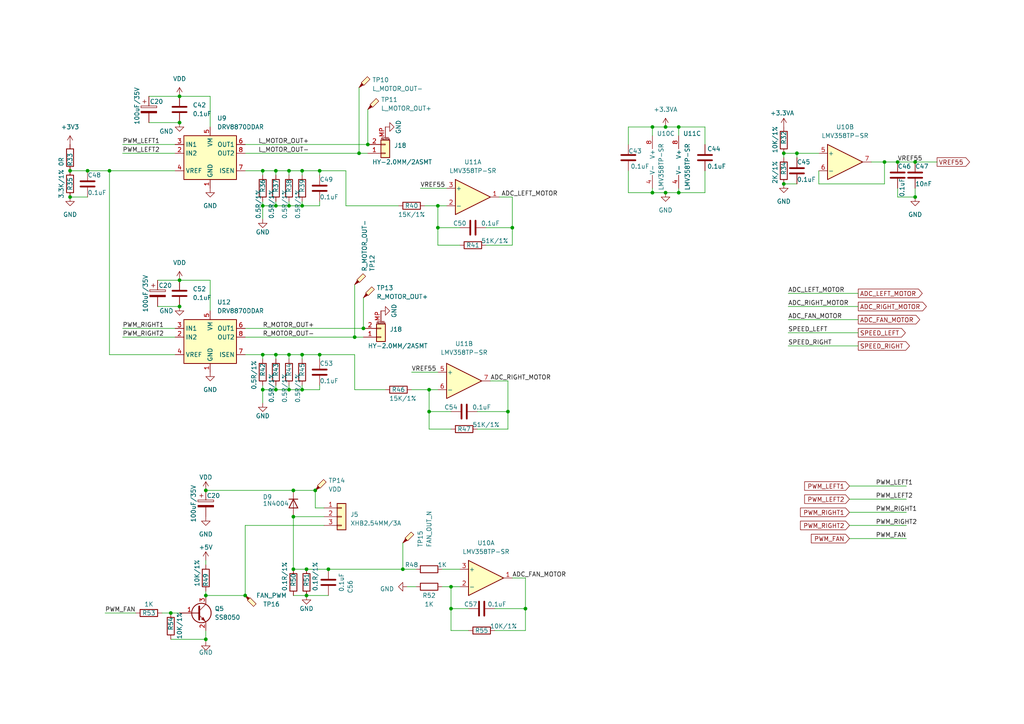
<source format=kicad_sch>
(kicad_sch (version 20230121) (generator eeschema)
  (paper "A4")
  (lib_symbols
    (symbol "Amplifier_Operational:MCP6002-xSN" (pin_names (offset 0.127))
      (property "Reference" "U" (at 0 5.08 0))
      (property "Value" "MCP6002-xSN" (at 0 -5.08 0))
      (symbol "MCP6002-xSN_1_1"
        (polyline (pts (xy -5.08 5.08) (xy 5.08 0) (xy -5.08 -5.08) (xy -5.08 5.08)) (stroke (width 0.254)) (fill (type background)))
        (pin output line (at 7.62 0 180) (length 2.54) (name "~") (number "1"))
        (pin input line (at -7.62 -2.54 0) (length 2.54) (name "-") (number "2"))
        (pin input line (at -7.62 2.54 0) (length 2.54) (name "+") (number "3"))
      )
      (symbol "MCP6002-xSN_2_1"
        (polyline (pts (xy -5.08 5.08) (xy 5.08 0) (xy -5.08 -5.08) (xy -5.08 5.08)) (stroke (width 0.254)) (fill (type background)))
        (pin input line (at -7.62 2.54 0) (length 2.54) (name "+") (number "5"))
        (pin input line (at -7.62 -2.54 0) (length 2.54) (name "-") (number "6"))
        (pin output line (at 7.62 0 180) (length 2.54) (name "~") (number "7"))
      )
      (symbol "MCP6002-xSN_3_1"
        (pin power_in line (at -2.54 -7.62 90) (length 3.81) (name "V-") (number "4"))
        (pin power_in line (at -2.54 7.62 270) (length 3.81) (name "V+") (number "8"))
      )
    )
    (symbol "Connector:TestPoint_Probe" (pin_numbers hide) (pin_names (offset 0.762) hide)
      (property "Reference" "TP" (at 1.651 5.842 0))
      (property "Value" "TestPoint_Probe" (at 1.651 4.064 0))
      (symbol "TestPoint_Probe_0_1"
        (polyline (pts (xy 1.27 0.762) (xy 0 0) (xy 0.762 1.27) (xy 1.27 0.762)) (fill (type outline)))
        (polyline (pts (xy 1.397 0.635) (xy 0.635 1.397) (xy 2.413 3.175) (xy 3.175 2.413) (xy 1.397 0.635)) (fill (type background)))
      )
      (symbol "TestPoint_Probe_1_1"
        (pin passive line (at 0 0 90) (length 0) (name "1") (number "1"))
      )
    )
    (symbol "Connector_Generic:Conn_01x03" (pin_names (offset 1.016) hide)
      (property "Reference" "J" (at 0 5.08 0))
      (property "Value" "Conn_01x03" (at 0 -5.08 0))
      (symbol "Conn_01x03_1_1"
        (rectangle (start -1.27 -2.413) (end 0 -2.667) (stroke (width 0.1524)))
        (rectangle (start -1.27 0.127) (end 0 -0.127) (stroke (width 0.1524)))
        (rectangle (start -1.27 2.667) (end 0 2.413) (stroke (width 0.1524)))
        (rectangle (start -1.27 3.81) (end 1.27 -3.81) (stroke (width 0.254)) (fill (type background)))
        (pin passive line (at -5.08 2.54 0) (length 3.81) (name "Pin_1") (number "1"))
        (pin passive line (at -5.08 0 0) (length 3.81) (name "Pin_2") (number "2"))
        (pin passive line (at -5.08 -2.54 0) (length 3.81) (name "Pin_3") (number "3"))
      )
    )
    (symbol "Connector_Generic_MountingPin:Conn_01x02_MountingPin" (pin_names (offset 1.016) hide)
      (property "Reference" "J" (at 0 2.54 0))
      (property "Value" "Conn_01x02_MountingPin" (at 1.27 -5.08 0))
      (symbol "Conn_01x02_MountingPin_1_1"
        (rectangle (start -1.27 -2.413) (end 0 -2.667) (stroke (width 0.1524)))
        (rectangle (start -1.27 0.127) (end 0 -0.127) (stroke (width 0.1524)))
        (rectangle (start -1.27 1.27) (end 1.27 -3.81) (stroke (width 0.254)) (fill (type background)))
        (polyline (pts (xy -1.016 -4.572) (xy 1.016 -4.572)) (stroke (width 0.1524)))
        (text "Mounting" (at 0 -4.191 0) (effects (font (size 0.381 0.381))))
        (pin passive line (at -5.08 0 0) (length 3.81) (name "Pin_1") (number "1"))
        (pin passive line (at -5.08 -2.54 0) (length 3.81) (name "Pin_2") (number "2"))
        (pin passive line (at 0 -7.62 90) (length 3.048) (name "MountPin") (number "MP"))
      )
    )
    (symbol "Device:C" (pin_numbers hide) (pin_names (offset 0.254))
      (property "Reference" "C" (at 0.635 2.54 0))
      (property "Value" "C" (at 0.635 -2.54 0))
      (symbol "C_0_1"
        (polyline (pts (xy -2.032 -0.762) (xy 2.032 -0.762)) (stroke (width 0.508)))
        (polyline (pts (xy -2.032 0.762) (xy 2.032 0.762)) (stroke (width 0.508)))
      )
      (symbol "C_1_1"
        (pin passive line (at 0 3.81 270) (length 2.794) (name "~") (number "1"))
        (pin passive line (at 0 -3.81 90) (length 2.794) (name "~") (number "2"))
      )
    )
    (symbol "Device:C_Polarized" (pin_numbers hide) (pin_names (offset 0.254))
      (property "Reference" "C" (at 0.635 2.54 0))
      (property "Value" "C_Polarized" (at 0.635 -2.54 0))
      (symbol "C_Polarized_0_1"
        (rectangle (start -2.286 0.508) (end 2.286 1.016))
        (polyline (pts (xy -1.778 2.286) (xy -0.762 2.286)))
        (polyline (pts (xy -1.27 2.794) (xy -1.27 1.778)))
        (rectangle (start 2.286 -0.508) (end -2.286 -1.016) (fill (type outline)))
      )
      (symbol "C_Polarized_1_1"
        (pin passive line (at 0 3.81 270) (length 2.794) (name "~") (number "1"))
        (pin passive line (at 0 -3.81 90) (length 2.794) (name "~") (number "2"))
      )
    )
    (symbol "Device:D" (pin_numbers hide) (pin_names (offset 1.016) hide)
      (property "Reference" "D" (at 0 2.54 0))
      (property "Value" "D" (at 0 -2.54 0))
      (symbol "D_0_1"
        (polyline (pts (xy -1.27 1.27) (xy -1.27 -1.27)) (stroke (width 0.254)))
        (polyline (pts (xy 1.27 0) (xy -1.27 0)))
        (polyline (pts (xy 1.27 1.27) (xy 1.27 -1.27) (xy -1.27 0) (xy 1.27 1.27)) (stroke (width 0.254)))
      )
      (symbol "D_1_1"
        (pin passive line (at -3.81 0 0) (length 2.54) (name "K") (number "1"))
        (pin passive line (at 3.81 0 180) (length 2.54) (name "A") (number "2"))
      )
    )
    (symbol "Device:Q_NPN_BEC" (pin_names (offset 0) hide)
      (property "Reference" "Q" (at 5.08 1.27 0))
      (property "Value" "Q_NPN_BEC" (at 5.08 -1.27 0))
      (symbol "Q_NPN_BEC_0_1"
        (polyline (pts (xy 0.635 0.635) (xy 2.54 2.54)))
        (polyline (pts (xy 0.635 -0.635) (xy 2.54 -2.54) (xy 2.54 -2.54)))
        (polyline (pts (xy 0.635 1.905) (xy 0.635 -1.905) (xy 0.635 -1.905)) (stroke (width 0.508)))
        (polyline (pts (xy 1.27 -1.778) (xy 1.778 -1.27) (xy 2.286 -2.286) (xy 1.27 -1.778) (xy 1.27 -1.778)) (fill (type outline)))
        (circle (center 1.27 0) (radius 2.8194) (stroke (width 0.254)))
      )
      (symbol "Q_NPN_BEC_1_1"
        (pin input line (at -5.08 0 0) (length 5.715) (name "B") (number "1"))
        (pin passive line (at 2.54 -5.08 90) (length 2.54) (name "E") (number "2"))
        (pin passive line (at 2.54 5.08 270) (length 2.54) (name "C") (number "3"))
      )
    )
    (symbol "Device:R" (pin_numbers hide) (pin_names (offset 0))
      (property "Reference" "R" (at 2.032 0 90))
      (property "Value" "R" (at 0 0 90))
      (symbol "R_0_1"
        (rectangle (start -1.016 -2.54) (end 1.016 2.54) (stroke (width 0.254)))
      )
      (symbol "R_1_1"
        (pin passive line (at 0 3.81 270) (length 1.27) (name "~") (number "1"))
        (pin passive line (at 0 -3.81 90) (length 1.27) (name "~") (number "2"))
      )
    )
    (symbol "Driver_Motor:DRV8870DDA"
      (property "Reference" "U" (at -6.35 6.35 0))
      (property "Value" "DRV8870DDA" (at 8.89 6.35 0))
      (symbol "DRV8870DDA_0_1"
        (rectangle (start -7.62 5.08) (end 7.62 -7.62) (stroke (width 0.254)) (fill (type background)))
      )
      (symbol "DRV8870DDA_1_1"
        (pin power_in line (at 0 -10.16 90) (length 2.54) (name "GND") (number "1"))
        (pin input line (at -10.16 0 0) (length 2.54) (name "IN2") (number "2"))
        (pin input line (at -10.16 2.54 0) (length 2.54) (name "IN1") (number "3"))
        (pin input line (at -10.16 -5.08 0) (length 2.54) (name "VREF") (number "4"))
        (pin power_in line (at 0 7.62 270) (length 2.54) (name "VM") (number "5"))
        (pin output line (at 10.16 2.54 180) (length 2.54) (name "OUT1") (number "6"))
        (pin passive line (at 10.16 -5.08 180) (length 2.54) (name "ISEN") (number "7"))
        (pin output line (at 10.16 0 180) (length 2.54) (name "OUT2") (number "8"))
        (pin passive line (at 0 -10.16 90) (length 2.54) hide (name "GND") (number "9"))
      )
    )
    (symbol "GND_2" (power) (pin_names (offset 0))
      (property "Value" "GND_2" (at 0 -3.81 0))
      (symbol "GND_2_0_1"
        (polyline (pts (xy 0 0) (xy 0 -1.27) (xy 1.27 -1.27) (xy 0 -2.54) (xy -1.27 -1.27) (xy 0 -1.27)))
      )
      (symbol "GND_2_1_1"
        (pin power_in line (at 0 0 270) (length 0) hide (name "GND") (number "1"))
      )
    )
    (symbol "power:+3.3VA" (power) (pin_names (offset 0))
      (property "Value" "+3.3VA" (at 0 3.556 0))
      (symbol "+3.3VA_0_1"
        (polyline (pts (xy -0.762 1.27) (xy 0 2.54)))
        (polyline (pts (xy 0 0) (xy 0 2.54)))
        (polyline (pts (xy 0 2.54) (xy 0.762 1.27)))
      )
      (symbol "+3.3VA_1_1"
        (pin power_in line (at 0 0 90) (length 0) hide (name "+3.3VA") (number "1"))
      )
    )
    (symbol "power:+3V3" (power) (pin_names (offset 0))
      (property "Value" "+3V3" (at 0 3.556 0))
      (symbol "+3V3_0_1"
        (polyline (pts (xy -0.762 1.27) (xy 0 2.54)))
        (polyline (pts (xy 0 0) (xy 0 2.54)))
        (polyline (pts (xy 0 2.54) (xy 0.762 1.27)))
      )
      (symbol "+3V3_1_1"
        (pin power_in line (at 0 0 90) (length 0) hide (name "+3V3") (number "1"))
      )
    )
    (symbol "power:+5V" (power) (pin_names (offset 0))
      (property "Value" "+5V" (at 0 3.556 0))
      (symbol "+5V_0_1"
        (polyline (pts (xy -0.762 1.27) (xy 0 2.54)))
        (polyline (pts (xy 0 0) (xy 0 2.54)))
        (polyline (pts (xy 0 2.54) (xy 0.762 1.27)))
      )
      (symbol "+5V_1_1"
        (pin power_in line (at 0 0 90) (length 0) hide (name "+5V") (number "1"))
      )
    )
    (symbol "power:GND" (power) (pin_names (offset 0))
      (property "Value" "GND" (at 0 -3.81 0))
      (symbol "GND_0_1"
        (polyline (pts (xy 0 0) (xy 0 -1.27) (xy 1.27 -1.27) (xy 0 -2.54) (xy -1.27 -1.27) (xy 0 -1.27)))
      )
      (symbol "GND_1_1"
        (pin power_in line (at 0 0 270) (length 0) hide (name "GND") (number "1"))
      )
    )
    (symbol "power:VDD" (power) (pin_names (offset 0))
      (property "Value" "VDD" (at 0 3.81 0))
      (symbol "VDD_0_1"
        (polyline (pts (xy -0.762 1.27) (xy 0 2.54)))
        (polyline (pts (xy 0 0) (xy 0 2.54)))
        (polyline (pts (xy 0 2.54) (xy 0.762 1.27)))
      )
      (symbol "VDD_1_1"
        (pin power_in line (at 0 0 90) (length 0) hide (name "VDD") (number "1"))
      )
    )
  )
  (junction (at 25.4 49.53))
  (junction (at 83.82 59.69))
  (junction (at 76.2 49.53))
  (junction (at 52.07 81.28))
  (junction (at 152.4 176.53))
  (junction (at 193.04 36.83))
  (junction (at 127 66.04))
  (junction (at 265.43 46.99))
  (junction (at 106.68 41.91))
  (junction (at 256.54 46.99))
  (junction (at 31.75 49.53))
  (junction (at 102.87 97.79))
  (junction (at 87.63 49.53))
  (junction (at 59.69 172.72))
  (junction (at 148.59 66.04))
  (junction (at 130.81 176.53))
  (junction (at 80.01 102.87))
  (junction (at 87.63 59.69))
  (junction (at 88.9 172.72))
  (junction (at 189.23 36.83))
  (junction (at 92.71 102.87))
  (junction (at 85.09 142.24))
  (junction (at 59.69 185.42))
  (junction (at 49.53 177.8))
  (junction (at 196.85 55.88))
  (junction (at 80.01 49.53))
  (junction (at 59.69 142.24))
  (junction (at 20.32 49.53))
  (junction (at 80.01 59.69))
  (junction (at 147.32 119.38))
  (junction (at 231.14 44.45))
  (junction (at 130.81 170.18))
  (junction (at 92.71 49.53))
  (junction (at 265.43 57.15))
  (junction (at 227.33 53.34))
  (junction (at 227.33 44.45))
  (junction (at 104.14 44.45))
  (junction (at 105.41 95.25))
  (junction (at 71.12 172.72))
  (junction (at 127 59.69))
  (junction (at 124.46 119.38))
  (junction (at 76.2 113.03))
  (junction (at 260.35 46.99))
  (junction (at 95.25 165.1))
  (junction (at 85.09 149.86))
  (junction (at 20.32 57.15))
  (junction (at 87.63 113.03))
  (junction (at 91.44 142.24))
  (junction (at 76.2 59.69))
  (junction (at 85.09 165.1))
  (junction (at 189.23 55.88))
  (junction (at 87.63 102.87))
  (junction (at 193.04 55.88))
  (junction (at 76.2 102.87))
  (junction (at 196.85 36.83))
  (junction (at 116.84 165.1))
  (junction (at 83.82 102.87))
  (junction (at 124.46 113.03))
  (junction (at 88.9 165.1))
  (junction (at 83.82 113.03))
  (junction (at 80.01 113.03))
  (junction (at 52.07 88.9))
  (junction (at 52.07 27.94))
  (junction (at 52.07 35.56))
  (junction (at 83.82 49.53))
  (wire (pts (xy 102.87 82.55) (xy 102.87 97.79)))
  (wire (pts (xy 104.14 25.4) (xy 104.14 44.45)))
  (wire (pts (xy 228.6 92.71) (xy 248.92 92.71)))
  (wire (pts (xy 127 71.12) (xy 127 66.04)))
  (wire (pts (xy 130.81 170.18) (xy 130.81 176.53)))
  (wire (pts (xy 143.51 182.88) (xy 152.4 182.88)))
  (wire (pts (xy 116.84 165.1) (xy 120.65 165.1)))
  (wire (pts (xy 88.9 172.72) (xy 95.25 172.72)))
  (wire (pts (xy 87.63 49.53) (xy 87.63 50.8)))
  (wire (pts (xy 265.43 46.99) (xy 271.78 46.99)))
  (wire (pts (xy 50.8 102.87) (xy 31.75 102.87)))
  (wire (pts (xy 105.41 86.36) (xy 105.41 95.25)))
  (wire (pts (xy 130.81 176.53) (xy 135.89 176.53)))
  (wire (pts (xy 91.44 142.24) (xy 85.09 142.24)))
  (wire (pts (xy 148.59 57.15) (xy 144.78 57.15)))
  (wire (pts (xy 76.2 116.84) (xy 76.2 113.03)))
  (wire (pts (xy 260.35 57.15) (xy 265.43 57.15)))
  (wire (pts (xy 182.245 49.53) (xy 182.245 55.88)))
  (wire (pts (xy 265.43 54.61) (xy 265.43 57.15)))
  (wire (pts (xy 35.56 41.91) (xy 50.8 41.91)))
  (wire (pts (xy 189.23 36.83) (xy 193.04 36.83)))
  (wire (pts (xy 260.35 54.61) (xy 260.35 57.15)))
  (wire (pts (xy 140.97 66.04) (xy 148.59 66.04)))
  (wire (pts (xy 116.84 157.48) (xy 116.84 165.1)))
  (wire (pts (xy 106.68 31.75) (xy 106.68 41.91)))
  (wire (pts (xy 152.4 167.64) (xy 148.59 167.64)))
  (wire (pts (xy 80.01 102.87) (xy 83.82 102.87)))
  (wire (pts (xy 52.07 27.94) (xy 60.96 27.94)))
  (wire (pts (xy 143.51 176.53) (xy 152.4 176.53)))
  (wire (pts (xy 100.33 49.53) (xy 100.33 59.69)))
  (wire (pts (xy 71.12 44.45) (xy 104.14 44.45)))
  (wire (pts (xy 60.96 81.28) (xy 60.96 90.17)))
  (wire (pts (xy 228.6 88.9) (xy 248.92 88.9)))
  (wire (pts (xy 102.87 113.03) (xy 111.76 113.03)))
  (wire (pts (xy 92.71 102.87) (xy 102.87 102.87)))
  (wire (pts (xy 80.01 113.03) (xy 83.82 113.03)))
  (wire (pts (xy 59.69 172.72) (xy 59.69 171.45)))
  (wire (pts (xy 83.82 113.03) (xy 87.63 113.03)))
  (wire (pts (xy 87.63 49.53) (xy 92.71 49.53)))
  (wire (pts (xy 124.46 113.03) (xy 127 113.03)))
  (wire (pts (xy 20.32 57.15) (xy 25.4 57.15)))
  (wire (pts (xy 59.69 142.24) (xy 85.09 142.24)))
  (wire (pts (xy 92.71 49.53) (xy 92.71 50.8)))
  (wire (pts (xy 83.82 59.69) (xy 87.63 59.69)))
  (wire (pts (xy 148.59 71.12) (xy 148.59 66.04)))
  (wire (pts (xy 256.54 46.99) (xy 260.35 46.99)))
  (wire (pts (xy 31.75 49.53) (xy 31.75 102.87)))
  (wire (pts (xy 119.38 113.03) (xy 124.46 113.03)))
  (wire (pts (xy 124.46 113.03) (xy 124.46 119.38)))
  (wire (pts (xy 76.2 59.69) (xy 76.2 58.42)))
  (wire (pts (xy 189.23 36.83) (xy 189.23 39.37)))
  (wire (pts (xy 91.44 147.32) (xy 91.44 142.24)))
  (wire (pts (xy 204.47 36.83) (xy 196.85 36.83)))
  (wire (pts (xy 92.71 49.53) (xy 100.33 49.53)))
  (wire (pts (xy 182.245 55.88) (xy 189.23 55.88)))
  (wire (pts (xy 35.56 44.45) (xy 50.8 44.45)))
  (wire (pts (xy 83.82 58.42) (xy 83.82 59.69)))
  (wire (pts (xy 87.63 111.76) (xy 87.63 113.03)))
  (wire (pts (xy 25.4 49.53) (xy 31.75 49.53)))
  (wire (pts (xy 85.09 172.72) (xy 88.9 172.72)))
  (wire (pts (xy 80.01 58.42) (xy 80.01 59.69)))
  (wire (pts (xy 142.24 110.49) (xy 147.32 110.49)))
  (wire (pts (xy 133.35 71.12) (xy 127 71.12)))
  (wire (pts (xy 80.01 59.69) (xy 76.2 59.69)))
  (wire (pts (xy 71.12 152.4) (xy 71.12 172.72)))
  (wire (pts (xy 119.38 107.95) (xy 127 107.95)))
  (wire (pts (xy 138.43 124.46) (xy 147.32 124.46)))
  (wire (pts (xy 59.69 182.88) (xy 59.69 185.42)))
  (wire (pts (xy 237.49 53.34) (xy 256.54 53.34)))
  (wire (pts (xy 135.89 182.88) (xy 130.81 182.88)))
  (wire (pts (xy 196.85 55.88) (xy 204.47 55.88)))
  (wire (pts (xy 193.04 36.83) (xy 196.85 36.83)))
  (wire (pts (xy 60.96 27.94) (xy 60.96 36.83)))
  (wire (pts (xy 87.63 58.42) (xy 87.63 59.69)))
  (wire (pts (xy 124.46 124.46) (xy 124.46 119.38)))
  (wire (pts (xy 128.27 165.1) (xy 133.35 165.1)))
  (wire (pts (xy 228.6 85.09) (xy 248.92 85.09)))
  (wire (pts (xy 127 59.69) (xy 127 66.04)))
  (wire (pts (xy 182.245 36.83) (xy 189.23 36.83)))
  (wire (pts (xy 196.85 55.88) (xy 193.04 55.88)))
  (wire (pts (xy 104.14 44.45) (xy 106.68 44.45)))
  (wire (pts (xy 196.85 54.61) (xy 196.85 55.88)))
  (wire (pts (xy 121.92 54.61) (xy 129.54 54.61)))
  (wire (pts (xy 71.12 95.25) (xy 105.41 95.25)))
  (wire (pts (xy 71.12 172.72) (xy 59.69 172.72)))
  (wire (pts (xy 92.71 113.03) (xy 92.71 111.76)))
  (wire (pts (xy 59.69 162.56) (xy 59.69 163.83)))
  (wire (pts (xy 123.19 59.69) (xy 127 59.69)))
  (wire (pts (xy 246.38 144.78) (xy 262.89 144.78)))
  (wire (pts (xy 76.2 113.03) (xy 76.2 111.76)))
  (wire (pts (xy 204.47 55.88) (xy 204.47 49.53)))
  (wire (pts (xy 76.2 49.53) (xy 80.01 49.53)))
  (wire (pts (xy 237.49 49.53) (xy 237.49 53.34)))
  (wire (pts (xy 76.2 50.8) (xy 76.2 49.53)))
  (wire (pts (xy 147.32 124.46) (xy 147.32 119.38)))
  (wire (pts (xy 83.82 49.53) (xy 83.82 50.8)))
  (wire (pts (xy 189.23 55.88) (xy 189.23 54.61)))
  (wire (pts (xy 196.85 39.37) (xy 196.85 36.83)))
  (wire (pts (xy 124.46 119.38) (xy 130.81 119.38)))
  (wire (pts (xy 100.33 59.69) (xy 115.57 59.69)))
  (wire (pts (xy 43.18 27.94) (xy 52.07 27.94)))
  (wire (pts (xy 88.9 165.1) (xy 95.25 165.1)))
  (wire (pts (xy 76.2 104.14) (xy 76.2 102.87)))
  (wire (pts (xy 71.12 41.91) (xy 106.68 41.91)))
  (wire (pts (xy 49.53 185.42) (xy 59.69 185.42)))
  (wire (pts (xy 71.12 49.53) (xy 76.2 49.53)))
  (wire (pts (xy 95.25 165.1) (xy 116.84 165.1)))
  (wire (pts (xy 256.54 53.34) (xy 256.54 46.99)))
  (wire (pts (xy 231.14 44.45) (xy 231.14 45.72)))
  (wire (pts (xy 227.33 53.34) (xy 231.14 53.34)))
  (wire (pts (xy 92.71 102.87) (xy 92.71 104.14)))
  (wire (pts (xy 85.09 165.1) (xy 88.9 165.1)))
  (wire (pts (xy 152.4 182.88) (xy 152.4 176.53)))
  (wire (pts (xy 85.09 149.86) (xy 93.98 149.86)))
  (wire (pts (xy 80.01 102.87) (xy 80.01 104.14)))
  (wire (pts (xy 45.72 81.28) (xy 52.07 81.28)))
  (wire (pts (xy 140.97 71.12) (xy 148.59 71.12)))
  (wire (pts (xy 246.38 140.97) (xy 262.89 140.97)))
  (wire (pts (xy 120.65 170.18) (xy 118.11 170.18)))
  (wire (pts (xy 256.54 46.99) (xy 252.73 46.99)))
  (wire (pts (xy 31.75 49.53) (xy 50.8 49.53)))
  (wire (pts (xy 83.82 111.76) (xy 83.82 113.03)))
  (wire (pts (xy 148.59 66.04) (xy 148.59 57.15)))
  (wire (pts (xy 260.35 46.99) (xy 265.43 46.99)))
  (wire (pts (xy 87.63 102.87) (xy 92.71 102.87)))
  (wire (pts (xy 71.12 152.4) (xy 93.98 152.4)))
  (wire (pts (xy 227.33 45.72) (xy 227.33 44.45)))
  (wire (pts (xy 83.82 102.87) (xy 83.82 104.14)))
  (wire (pts (xy 102.87 97.79) (xy 105.41 97.79)))
  (wire (pts (xy 71.12 102.87) (xy 76.2 102.87)))
  (wire (pts (xy 43.18 35.56) (xy 52.07 35.56)))
  (wire (pts (xy 35.56 95.25) (xy 50.8 95.25)))
  (wire (pts (xy 127 59.69) (xy 129.54 59.69)))
  (wire (pts (xy 92.71 59.69) (xy 92.71 58.42)))
  (wire (pts (xy 130.81 176.53) (xy 130.81 182.88)))
  (wire (pts (xy 76.2 102.87) (xy 80.01 102.87)))
  (wire (pts (xy 49.53 177.8) (xy 52.07 177.8)))
  (wire (pts (xy 228.6 96.52) (xy 248.92 96.52)))
  (wire (pts (xy 80.01 59.69) (xy 83.82 59.69)))
  (wire (pts (xy 147.32 119.38) (xy 147.32 110.49)))
  (wire (pts (xy 138.43 119.38) (xy 147.32 119.38)))
  (wire (pts (xy 246.38 152.4) (xy 262.89 152.4)))
  (wire (pts (xy 152.4 176.53) (xy 152.4 167.64)))
  (wire (pts (xy 246.38 148.59) (xy 262.89 148.59)))
  (wire (pts (xy 87.63 59.69) (xy 92.71 59.69)))
  (wire (pts (xy 80.01 49.53) (xy 80.01 50.8)))
  (wire (pts (xy 231.14 44.45) (xy 237.49 44.45)))
  (wire (pts (xy 91.44 147.32) (xy 93.98 147.32)))
  (wire (pts (xy 246.38 156.21) (xy 262.89 156.21)))
  (wire (pts (xy 182.245 41.91) (xy 182.245 36.83)))
  (wire (pts (xy 20.32 49.53) (xy 25.4 49.53)))
  (wire (pts (xy 80.01 111.76) (xy 80.01 113.03)))
  (wire (pts (xy 30.48 177.8) (xy 39.37 177.8)))
  (wire (pts (xy 80.01 113.03) (xy 76.2 113.03)))
  (wire (pts (xy 59.69 186.055) (xy 59.69 185.42)))
  (wire (pts (xy 130.81 170.18) (xy 133.35 170.18)))
  (wire (pts (xy 80.01 49.53) (xy 83.82 49.53)))
  (wire (pts (xy 76.2 63.5) (xy 76.2 59.69)))
  (wire (pts (xy 228.6 100.33) (xy 248.92 100.33)))
  (wire (pts (xy 193.04 55.88) (xy 189.23 55.88)))
  (wire (pts (xy 130.81 124.46) (xy 124.46 124.46)))
  (wire (pts (xy 133.35 66.04) (xy 127 66.04)))
  (wire (pts (xy 85.09 149.86) (xy 85.09 165.1)))
  (wire (pts (xy 45.72 88.9) (xy 52.07 88.9)))
  (wire (pts (xy 52.07 81.28) (xy 60.96 81.28)))
  (wire (pts (xy 128.27 170.18) (xy 130.81 170.18)))
  (wire (pts (xy 87.63 102.87) (xy 87.63 104.14)))
  (wire (pts (xy 46.99 177.8) (xy 49.53 177.8)))
  (wire (pts (xy 102.87 102.87) (xy 102.87 113.03)))
  (wire (pts (xy 83.82 102.87) (xy 87.63 102.87)))
  (wire (pts (xy 71.12 97.79) (xy 102.87 97.79)))
  (wire (pts (xy 204.47 41.91) (xy 204.47 36.83)))
  (wire (pts (xy 87.63 113.03) (xy 92.71 113.03)))
  (wire (pts (xy 35.56 97.79) (xy 50.8 97.79)))
  (wire (pts (xy 227.33 44.45) (xy 231.14 44.45)))
  (wire (pts (xy 83.82 49.53) (xy 87.63 49.53)))
  (label "R_MOTOR_OUT+" (at 76.2 95.25 0))
  (label "ADC_RIGHT_MOTOR" (at 142.24 110.49 0))
  (label "VREF55" (at 121.92 54.61 0))
  (label "ADC_FAN_MOTOR" (at 148.59 167.64 0))
  (label "PWM_LEFT2" (at 254 144.78 0))
  (label "ADC_RIGHT_MOTOR" (at 228.6 88.9 0))
  (label "L_MOTOR_OUT+" (at 74.93 41.91 0))
  (label "SPEED_LEFT" (at 228.6 96.52 0))
  (label "VREF55" (at 260.35 46.99 0))
  (label "VREF55" (at 119.38 107.95 0))
  (label "PWM_FAN" (at 254 156.21 0))
  (label "SPEED_RIGHT" (at 228.6 100.33 0))
  (label "PWM_LEFT1" (at 35.56 41.91 0))
  (label "PWM_RIGHT2" (at 254 152.4 0))
  (label "ADC_FAN_MOTOR" (at 228.6 92.71 0))
  (label "PWM_RIGHT1" (at 35.56 95.25 0))
  (label "PWM_LEFT1" (at 254 140.97 0))
  (label "L_MOTOR_OUT-" (at 74.93 44.45 0))
  (label "R_MOTOR_OUT-" (at 76.2 97.79 0))
  (label "PWM_LEFT2" (at 35.56 44.45 0))
  (label "ADC_LEFT_MOTOR" (at 145.415 57.15 0))
  (label "PWM_RIGHT1" (at 254 148.59 0))
  (label "PWM_RIGHT2" (at 35.56 97.79 0))
  (label "PWM_FAN" (at 30.48 177.8 0))
  (label "ADC_LEFT_MOTOR" (at 228.6 85.09 0))
  (global_label "PWM_FAN" (shape input) (at 246.38 156.21 180) (property "Intersheetrefs" "${INTERSHEET_REFS}" (effects hide)))
  (global_label "ADC_FAN_MOTOR" (shape output) (at 248.92 92.71 0) (property "Intersheetrefs" "${INTERSHEET_REFS}" (effects hide)))
  (global_label "PWM_RIGHT2" (shape input) (at 246.38 152.4 180) (property "Intersheetrefs" "${INTERSHEET_REFS}" (effects hide)))
  (global_label "ADC_LEFT_MOTOR" (shape output) (at 248.92 85.09 0) (property "Intersheetrefs" "${INTERSHEET_REFS}" (effects hide)))
  (global_label "PWM_LEFT2" (shape input) (at 246.38 144.78 180) (property "Intersheetrefs" "${INTERSHEET_REFS}" (effects hide)))
  (global_label "VREF55" (shape output) (at 271.78 46.99 0) (property "Intersheetrefs" "${INTERSHEET_REFS}" (effects hide)))
  (global_label "ADC_RIGHT_MOTOR" (shape output) (at 248.92 88.9 0) (property "Intersheetrefs" "${INTERSHEET_REFS}" (effects hide)))
  (global_label "SPEED_LEFT" (shape output) (at 248.92 96.52 0) (property "Intersheetrefs" "${INTERSHEET_REFS}" (effects hide)))
  (global_label "PWM_RIGHT1" (shape input) (at 246.38 148.59 180) (property "Intersheetrefs" "${INTERSHEET_REFS}" (effects hide)))
  (global_label "SPEED_RIGHT" (shape output) (at 248.92 100.33 0) (property "Intersheetrefs" "${INTERSHEET_REFS}" (effects hide)))
  (global_label "PWM_LEFT1" (shape input) (at 246.38 140.97 180) (property "Intersheetrefs" "${INTERSHEET_REFS}" (effects hide)))
  (symbol (lib_id "Device:C") (at 52.07 85.09 0) (unit 1)
    (property "Reference" "C52" (at 55.88 83.8199 0) (effects (justify left)))
    (property "Value" "0.1uF" (at 55.88 86.3599 0) (effects (justify left)))
    (property "Footprint" "Capacitor_SMD:C_0603_1608Metric" (effects hide))
  )
  (symbol (lib_id "Device:C") (at 134.62 119.38 90) (unit 1)
    (property "Reference" "C54" (at 130.81 118.11 90))
    (property "Value" "0.1uF" (at 139.7 118.11 90))
    (property "Footprint" "Capacitor_SMD:C_0603_1608Metric" (effects hide))
  )
  (symbol (lib_id "Device:C") (at 231.14 49.53 0) (unit 1)
    (property "Reference" "C45" (at 231.14 46.99 0) (effects (justify left)))
    (property "Value" "0.1uF" (at 231.14 52.07 0) (effects (justify left)))
    (property "Footprint" "Capacitor_SMD:C_0603_1608Metric" (effects hide))
  )
  (symbol (lib_id "Connector:TestPoint_Probe") (at 106.68 31.75 0) (unit 1)
    (property "Reference" "TP11" (at 110.49 28.8924 0) (effects (justify left)))
    (property "Value" "L_MOTOR_OUT+" (at 110.49 31.4324 0) (effects (justify left)))
    (property "Footprint" "TestPoint:TestPoint_Pad_D1.0mm" (effects hide))
  )
  (symbol (lib_id "Amplifier_Operational:MCP6002-xSN") (at 137.16 57.15 0) (unit 1)
    (property "Reference" "U11" (at 137.16 46.99 0))
    (property "Value" "LMV358TP-SR" (at 137.16 49.53 0))
    (property "Footprint" "Package_SO:SOIC-8_3.9x4.9mm_P1.27mm" (effects hide))
    (property "Datasheet" "http://ww1.microchip.com/downloads/en/DeviceDoc/21733j.pdf" (effects hide))
  )
  (symbol (lib_id "Device:R") (at 87.63 107.95 0) (unit 1)
    (property "Reference" "R45" (at 87.63 109.22 90) (effects (justify left)))
    (property "Value" "0.5R/1%" (at 86.36 116.84 90) (effects (justify left)))
    (property "Footprint" "Resistor_SMD:R_0805_2012Metric" (effects hide))
  )
  (symbol (lib_id "Connector:TestPoint_Probe") (at 102.87 82.55 0) (unit 1)
    (property "Reference" "TP12" (at 107.95 78.74 90) (effects (justify left)))
    (property "Value" "R_MOTOR_OUT-" (at 105.7274 78.74 90) (effects (justify left)))
    (property "Footprint" "TestPoint:TestPoint_Pad_D1.0mm" (effects hide))
  )
  (symbol (lib_id "Device:R") (at 49.53 181.61 180) (unit 1)
    (property "Reference" "R54" (at 49.53 182.88 90) (effects (justify right)))
    (property "Value" "10K/1%" (at 52.07 185.42 90) (effects (justify right)))
    (property "Footprint" "Resistor_SMD:R_0603_1608Metric" (effects hide))
  )
  (symbol (lib_id "Device:C") (at 182.245 45.72 0) (unit 1)
    (property "Reference" "C43" (at 182.245 43.815 0) (effects (justify left)))
    (property "Value" "0.1uF" (at 182.88 48.26 0) (effects (justify left)))
    (property "Footprint" "Capacitor_SMD:C_0603_1608Metric" (effects hide))
  )
  (symbol (lib_id "power:GND") (at 110.49 90.17 90) (mirror x) (unit 1)
    (property "Reference" "#PWR081" (effects hide))
    (property "Value" "GND" (at 114.3 90.17 0))
  )
  (symbol (lib_id "Device:R") (at 227.33 49.53 0) (unit 1)
    (property "Reference" "R34" (at 227.33 50.8 90) (effects (justify left)))
    (property "Value" "2K/1%" (at 224.79 53.34 90) (effects (justify left)))
    (property "Footprint" "Resistor_SMD:R_0603_1608Metric" (effects hide))
  )
  (symbol (lib_id "power:GND") (at 60.96 54.61 0) (unit 1)
    (property "Reference" "#PWR074" (effects hide))
    (property "Value" "GND" (at 60.96 59.69 0))
  )
  (symbol (lib_id "Device:R") (at 124.46 170.18 90) (unit 1)
    (property "Reference" "R52" (at 124.46 172.72 90))
    (property "Value" "1K" (at 124.46 175.26 90))
    (property "Footprint" "Resistor_SMD:R_0603_1608Metric" (effects hide))
  )
  (symbol (lib_id "Amplifier_Operational:MCP6002-xSN") (at 134.62 110.49 0) (unit 2)
    (property "Reference" "U11" (at 134.62 99.695 0))
    (property "Value" "LMV358TP-SR" (at 134.62 102.235 0))
    (property "Footprint" "Package_SO:SOIC-8_3.9x4.9mm_P1.27mm" (effects hide))
    (property "Datasheet" "http://ww1.microchip.com/downloads/en/DeviceDoc/21733j.pdf" (effects hide))
  )
  (symbol (lib_id "power:GND") (at 59.69 186.055 0) (unit 1)
    (property "Reference" "#PWR090" (effects hide))
    (property "Value" "GND" (at 59.69 189.23 0))
  )
  (symbol (lib_id "Driver_Motor:DRV8870DDA") (at 60.96 97.79 0) (unit 1)
    (property "Reference" "U12" (at 62.9794 87.63 0) (effects (justify left)))
    (property "Value" "DRV8870DDAR" (at 62.9794 90.17 0) (effects (justify left)))
    (property "Footprint" "Package_SO:Texas_HTSOP-8-1EP_3.9x4.9mm_P1.27mm_EP2.95x4.9mm_Mask2.4x3.1mm_ThermalVias" (effects hide))
    (property "Datasheet" "http://www.ti.com/lit/ds/symlink/drv8870.pdf" (effects hide))
  )
  (symbol (lib_id "power:+3V3") (at 20.32 41.91 0) (unit 1)
    (property "Reference" "#PWR072" (effects hide))
    (property "Value" "+3V3" (at 20.32 36.83 0))
  )
  (symbol (lib_id "Amplifier_Operational:MCP6002-xSN") (at 140.97 167.64 0) (unit 1)
    (property "Reference" "U10" (at 140.97 157.48 0))
    (property "Value" "LMV358TP-SR" (at 140.97 160.02 0))
    (property "Footprint" "Package_SO:SOIC-8_3.9x4.9mm_P1.27mm" (effects hide))
    (property "Datasheet" "http://ww1.microchip.com/downloads/en/DeviceDoc/21733j.pdf" (effects hide))
  )
  (symbol (lib_id "power:GND") (at 193.04 55.88 0) (unit 1)
    (property "Reference" "#PWR075" (effects hide))
    (property "Value" "GND" (at 193.04 60.96 0))
  )
  (symbol (lib_id "power:GND") (at 20.32 57.15 0) (unit 1)
    (property "Reference" "#PWR076" (effects hide))
    (property "Value" "GND" (at 20.32 62.23 0))
  )
  (symbol (lib_id "Connector_Generic_MountingPin:Conn_01x02_MountingPin") (at 111.76 44.45 0) (mirror x) (unit 1)
    (property "Reference" "J18" (at 114.3 42.1894 0) (effects (justify left)))
    (property "Value" "HY-2.0MM/2ASMT" (at 107.95 46.99 0) (effects (justify left)))
    (property "Footprint" "Ovo_Connector_YH:YH_HY_2AB_1x02-1MP_P2.00mm_Vertical" (effects hide))
    (instances (project "cleanrobot-square-main" (path "" (reference "J18") (unit 1)) (path "" (reference "J7") (unit 1)) (path "" (reference "J3") (unit 1))))
  )
  (symbol (lib_id "Driver_Motor:DRV8870DDA") (at 60.96 44.45 0) (unit 1)
    (property "Reference" "U9" (at 62.9794 34.29 0) (effects (justify left)))
    (property "Value" "DRV8870DDAR" (at 62.9794 36.83 0) (effects (justify left)))
    (property "Footprint" "Package_SO:Texas_HTSOP-8-1EP_3.9x4.9mm_P1.27mm_EP2.95x4.9mm_Mask2.4x3.1mm_ThermalVias" (effects hide))
    (property "Datasheet" "http://www.ti.com/lit/ds/symlink/drv8870.pdf" (effects hide))
  )
  (symbol (lib_id "Device:R") (at 119.38 59.69 90) (unit 1)
    (property "Reference" "R40" (at 119.38 59.69 90))
    (property "Value" "15K/1%" (at 119.38 62.23 90))
    (property "Footprint" "Resistor_SMD:R_0603_1608Metric" (effects hide))
  )
  (symbol (lib_id "power:GND") (at 52.07 35.56 0) (unit 1)
    (property "Reference" "#PWR068" (effects hide))
    (property "Value" "GND" (at 48.26 38.1 0))
  )
  (symbol (lib_id "Device:R") (at 227.33 40.64 0) (unit 1)
    (property "Reference" "R32" (at 227.33 41.91 90) (effects (justify left)))
    (property "Value" "10K/1%" (at 224.79 44.45 90) (effects (justify left)))
    (property "Footprint" "Resistor_SMD:R_0603_1608Metric" (effects hide))
  )
  (symbol (lib_id "power:+3.3VA") (at 227.33 36.83 0) (unit 1)
    (property "Reference" "#PWR071" (effects hide))
    (property "Value" "+3.3VA" (at 226.8728 32.7914 0))
  )
  (symbol (lib_id "Device:R") (at 87.63 54.61 0) (unit 1)
    (property "Reference" "R39" (at 87.63 55.88 90) (effects (justify left)))
    (property "Value" "0.5R/1%" (at 86.36 63.5 90) (effects (justify left)))
    (property "Footprint" "Resistor_SMD:R_0805_2012Metric" (effects hide))
  )
  (symbol (lib_id "Device:C") (at 92.71 107.95 0) (unit 1)
    (property "Reference" "C53" (at 92.71 105.41 0) (effects (justify left)))
    (property "Value" "0.1uF" (at 92.71 110.49 0) (effects (justify left)))
    (property "Footprint" "Capacitor_SMD:C_0603_1608Metric" (effects hide))
  )
  (symbol (lib_name "GND_2") (lib_id "power:GND") (at 118.11 170.18 270) (unit 1)
    (property "Reference" "#PWR088" (effects hide))
    (property "Value" "GND" (at 114.3 170.815 90) (effects (justify right)))
  )
  (symbol (lib_id "Connector:TestPoint_Probe") (at 104.14 25.4 0) (unit 1)
    (property "Reference" "TP10" (at 107.95 23.1775 0) (effects (justify left)))
    (property "Value" "L_MOTOR_OUT-" (at 107.95 25.7175 0) (effects (justify left)))
    (property "Footprint" "TestPoint:TestPoint_Pad_D1.0mm" (effects hide))
  )
  (symbol (lib_id "power:GND") (at 76.2 63.5 0) (unit 1)
    (property "Reference" "#PWR078" (effects hide))
    (property "Value" "GND" (at 76.2 67.31 0))
  )
  (symbol (lib_id "Connector:TestPoint_Probe") (at 105.41 86.36 0) (unit 1)
    (property "Reference" "TP13" (at 109.22 83.5024 0) (effects (justify left)))
    (property "Value" "R_MOTOR_OUT+" (at 109.22 86.0424 0) (effects (justify left)))
    (property "Footprint" "TestPoint:TestPoint_Pad_D1.0mm" (effects hide))
  )
  (symbol (lib_id "Device:C") (at 137.16 66.04 90) (unit 1)
    (property "Reference" "C50" (at 133.35 64.77 90))
    (property "Value" "0.1uF" (at 142.24 64.77 90))
    (property "Footprint" "Capacitor_SMD:C_0603_1608Metric" (effects hide))
  )
  (symbol (lib_id "Connector:TestPoint_Probe") (at 91.44 142.24 0) (unit 1)
    (property "Reference" "TP14" (at 95.25 139.3824 0) (effects (justify left)))
    (property "Value" "VDD" (at 95.25 141.9224 0) (effects (justify left)))
    (property "Footprint" "TestPoint:TestPoint_Pad_D1.0mm" (effects hide))
  )
  (symbol (lib_id "Device:R") (at 139.7 182.88 90) (unit 1)
    (property "Reference" "R55" (at 139.7 182.88 90))
    (property "Value" "10K/1%" (at 146.05 181.61 90))
    (property "Footprint" "Resistor_SMD:R_0603_1608Metric" (effects hide))
  )
  (symbol (lib_id "Device:C") (at 52.07 31.75 0) (unit 1)
    (property "Reference" "C42" (at 55.88 30.4799 0) (effects (justify left)))
    (property "Value" "0.1uF" (at 55.88 33.0199 0) (effects (justify left)))
    (property "Footprint" "Capacitor_SMD:C_0603_1608Metric" (effects hide))
  )
  (symbol (lib_id "Device:R") (at 137.16 71.12 90) (unit 1)
    (property "Reference" "R41" (at 137.16 71.12 90))
    (property "Value" "51K/1%" (at 143.51 69.85 90))
    (property "Footprint" "Resistor_SMD:R_0603_1608Metric" (effects hide))
  )
  (symbol (lib_id "Amplifier_Operational:MCP6002-xSN") (at 199.39 46.99 0) (unit 3)
    (property "Reference" "U11" (at 198.12 38.735 0) (effects (justify left)))
    (property "Value" "LMV358TP-SR" (at 199.39 55.245 90) (effects (justify left)))
    (property "Footprint" "Package_SO:SOIC-8_3.9x4.9mm_P1.27mm" (effects hide))
    (property "Datasheet" "http://ww1.microchip.com/downloads/en/DeviceDoc/21733j.pdf" (effects hide))
  )
  (symbol (lib_id "Device:C") (at 92.71 54.61 0) (unit 1)
    (property "Reference" "C49" (at 92.71 52.07 0) (effects (justify left)))
    (property "Value" "0.1uF" (at 92.71 57.15 0) (effects (justify left)))
    (property "Footprint" "Capacitor_SMD:C_0603_1608Metric" (effects hide))
  )
  (symbol (lib_id "Device:Q_NPN_BEC") (at 57.15 177.8 0) (unit 1)
    (property "Reference" "Q5" (at 62.23 176.5299 0) (effects (justify left)))
    (property "Value" "SS8050" (at 62.23 179.0699 0) (effects (justify left)))
    (property "Footprint" "Package_TO_SOT_SMD:SOT-23" (effects hide))
  )
  (symbol (lib_id "Device:C_Polarized") (at 43.18 31.75 0) (unit 1)
    (property "Reference" "C20" (at 43.434 29.464 0) (effects (justify left)))
    (property "Value" "100uF/35V" (at 39.7256 36.195 90) (effects (justify left)))
    (property "Footprint" "Capacitor_SMD:CP_Elec_6.3x7.7" (effects hide))
    (instances (project "cleanrobot-square-main" (path "" (reference "C20") (unit 1)) (path "" (reference "C41") (unit 1))))
  )
  (symbol (lib_id "Device:R") (at 76.2 54.61 0) (unit 1)
    (property "Reference" "R36" (at 76.2 55.88 90) (effects (justify left)))
    (property "Value" "0.5R/1%" (at 74.93 63.5 90) (effects (justify left)))
    (property "Footprint" "Resistor_SMD:R_0805_2012Metric" (effects hide))
  )
  (symbol (lib_id "power:GND") (at 60.96 107.95 0) (unit 1)
    (property "Reference" "#PWR082" (effects hide))
    (property "Value" "GND" (at 60.96 113.03 0))
  )
  (symbol (lib_id "power:GND") (at 52.07 88.9 0) (unit 1)
    (property "Reference" "#PWR080" (effects hide))
    (property "Value" "GND" (at 48.26 90.17 0))
  )
  (symbol (lib_id "Device:R") (at 20.32 45.72 0) (unit 1)
    (property "Reference" "R33" (at 20.32 48.26 90) (effects (justify left)))
    (property "Value" "0R" (at 17.78 48.26 90) (effects (justify left)))
    (property "Footprint" "Resistor_SMD:R_0603_1608Metric" (effects hide))
  )
  (symbol (lib_id "Connector_Generic_MountingPin:Conn_01x02_MountingPin") (at 110.49 97.79 0) (mirror x) (unit 1)
    (property "Reference" "J18" (at 113.03 95.5294 0) (effects (justify left)))
    (property "Value" "HY-2.0MM/2ASMT" (at 106.68 100.33 0) (effects (justify left)))
    (property "Footprint" "Ovo_Connector_YH:YH_HY_2AB_1x02-1MP_P2.00mm_Vertical" (effects hide))
    (instances (project "cleanrobot-square-main" (path "" (reference "J18") (unit 1)) (path "" (reference "J7") (unit 1)) (path "" (reference "J4") (unit 1))))
  )
  (symbol (lib_id "power:GND") (at 76.2 116.84 0) (unit 1)
    (property "Reference" "#PWR083" (effects hide))
    (property "Value" "GND" (at 76.2 120.65 0))
  )
  (symbol (lib_id "Device:R") (at 83.82 107.95 0) (unit 1)
    (property "Reference" "R44" (at 83.82 109.22 90) (effects (justify left)))
    (property "Value" "0.5R/1%" (at 82.55 116.84 90) (effects (justify left)))
    (property "Footprint" "Resistor_SMD:R_0805_2012Metric" (effects hide))
  )
  (symbol (lib_id "Device:C") (at 25.4 53.34 0) (unit 1)
    (property "Reference" "C48" (at 25.4 50.8 0) (effects (justify left)))
    (property "Value" "0.1uF" (at 25.4 55.88 0) (effects (justify left)))
    (property "Footprint" "Capacitor_SMD:C_0603_1608Metric" (effects hide))
  )
  (symbol (lib_id "power:+3.3VA") (at 193.04 36.83 0) (unit 1)
    (property "Reference" "#PWR070" (effects hide))
    (property "Value" "+3.3VA" (at 193.04 31.75 0))
  )
  (symbol (lib_id "Amplifier_Operational:MCP6002-xSN") (at 245.11 46.99 0) (unit 2)
    (property "Reference" "U10" (at 245.11 36.83 0))
    (property "Value" "LMV358TP-SR" (at 245.11 39.37 0))
    (property "Footprint" "Package_SO:SOIC-8_3.9x4.9mm_P1.27mm" (effects hide))
    (property "Datasheet" "http://ww1.microchip.com/downloads/en/DeviceDoc/21733j.pdf" (effects hide))
  )
  (symbol (lib_id "Device:C_Polarized") (at 45.72 85.09 0) (unit 1)
    (property "Reference" "C20" (at 45.974 82.804 0) (effects (justify left)))
    (property "Value" "100uF/35V" (at 42.1894 90.6018 90) (effects (justify left)))
    (property "Footprint" "Capacitor_SMD:CP_Elec_6.3x7.7" (effects hide))
    (instances (project "cleanrobot-square-main" (path "" (reference "C20") (unit 1)) (path "" (reference "C51") (unit 1))))
  )
  (symbol (lib_id "Device:R") (at 20.32 53.34 0) (unit 1)
    (property "Reference" "R35" (at 20.32 53.34 90))
    (property "Value" "3.3K/1%" (at 17.78 53.34 90))
    (property "Footprint" "Resistor_SMD:R_0603_1608Metric" (effects hide))
  )
  (symbol (lib_id "power:GND") (at 59.69 149.86 0) (unit 1)
    (property "Reference" "#PWR085" (effects hide))
    (property "Value" "GND" (at 59.69 154.94 0))
  )
  (symbol (lib_id "Device:C") (at 204.47 45.72 0) (unit 1)
    (property "Reference" "C44" (at 205.105 43.18 0) (effects (justify left)))
    (property "Value" "0.1uF" (at 205.105 48.26 0) (effects (justify left)))
    (property "Footprint" "Capacitor_SMD:C_0603_1608Metric" (effects hide))
  )
  (symbol (lib_id "Device:C") (at 265.43 50.8 0) (unit 1)
    (property "Reference" "C47" (at 265.43 48.26 0) (effects (justify left)))
    (property "Value" "10nF" (at 265.43 53.34 0) (effects (justify left)))
    (property "Footprint" "Capacitor_SMD:C_0603_1608Metric" (effects hide))
  )
  (symbol (lib_id "Device:R") (at 83.82 54.61 0) (unit 1)
    (property "Reference" "R38" (at 83.82 55.88 90) (effects (justify left)))
    (property "Value" "0.5R/1%" (at 82.55 63.5 90) (effects (justify left)))
    (property "Footprint" "Resistor_SMD:R_0805_2012Metric" (effects hide))
  )
  (symbol (lib_id "power:GND") (at 111.76 36.83 90) (mirror x) (unit 1)
    (property "Reference" "#PWR069" (effects hide))
    (property "Value" "GND" (at 115.57 36.83 0))
  )
  (symbol (lib_id "Device:R") (at 59.69 167.64 0) (unit 1)
    (property "Reference" "R49" (at 59.69 170.18 90) (effects (justify left)))
    (property "Value" "10K/1%" (at 57.15 170.18 90) (effects (justify left)))
    (property "Footprint" "Resistor_SMD:R_0603_1608Metric" (effects hide))
  )
  (symbol (lib_id "Device:C") (at 260.35 50.8 0) (unit 1)
    (property "Reference" "C46" (at 260.35 48.26 0) (effects (justify left)))
    (property "Value" "0.1uF" (at 261.62 57.15 90) (effects (justify left)))
    (property "Footprint" "Capacitor_SMD:C_0603_1608Metric" (effects hide))
  )
  (symbol (lib_id "Device:C") (at 95.25 168.91 180) (unit 1)
    (property "Reference" "C56" (at 101.6 170.18 90))
    (property "Value" "0.1uF" (at 99.06 168.91 90))
    (property "Footprint" "Capacitor_SMD:C_0603_1608Metric" (effects hide))
  )
  (symbol (lib_id "Device:R") (at 88.9 168.91 0) (unit 1)
    (property "Reference" "R51" (at 88.9 170.18 90) (effects (justify left)))
    (property "Value" "0.1R/1%" (at 91.44 171.45 90) (effects (justify left)))
    (property "Footprint" "Resistor_SMD:R_1206_3216Metric" (effects hide))
  )
  (symbol (lib_id "power:VDD") (at 59.69 142.24 0) (unit 1)
    (property "Reference" "#PWR084" (effects hide))
    (property "Value" "VDD" (at 59.69 138.43 0))
  )
  (symbol (lib_id "power:+5V") (at 59.69 162.56 0) (unit 1)
    (property "Reference" "#PWR023" (effects hide))
    (property "Value" "+5V" (at 59.69 158.75 0))
    (instances (project "cleanrobot-square-main" (path "" (reference "#PWR023") (unit 1)) (path "" (reference "#PWR087") (unit 1))))
  )
  (symbol (lib_id "Connector:TestPoint_Probe") (at 71.12 172.72 270) (unit 1)
    (property "Reference" "TP16" (at 78.74 175.26 90))
    (property "Value" "FAN_PWM" (at 78.74 172.72 90))
    (property "Footprint" "TestPoint:TestPoint_Pad_D1.0mm" (effects hide))
  )
  (symbol (lib_id "Device:R") (at 43.18 177.8 90) (unit 1)
    (property "Reference" "R53" (at 43.18 177.8 90))
    (property "Value" "1K" (at 43.18 175.26 90))
    (property "Footprint" "Resistor_SMD:R_0603_1608Metric" (effects hide))
  )
  (symbol (lib_id "Amplifier_Operational:MCP6002-xSN") (at 191.77 46.99 0) (unit 3)
    (property "Reference" "U10" (at 190.5 38.735 0) (effects (justify left)))
    (property "Value" "LMV358TP-SR" (at 191.77 55.245 90) (effects (justify left)))
    (property "Footprint" "Package_SO:SOIC-8_3.9x4.9mm_P1.27mm" (effects hide))
    (property "Datasheet" "http://ww1.microchip.com/downloads/en/DeviceDoc/21733j.pdf" (effects hide))
  )
  (symbol (lib_id "Device:R") (at 115.57 113.03 90) (unit 1)
    (property "Reference" "R46" (at 115.57 113.03 90))
    (property "Value" "15K/1%" (at 116.84 115.57 90))
    (property "Footprint" "Resistor_SMD:R_0603_1608Metric" (effects hide))
  )
  (symbol (lib_id "power:VDD") (at 52.07 81.28 0) (unit 1)
    (property "Reference" "#PWR079" (effects hide))
    (property "Value" "VDD" (at 52.07 76.2 0))
  )
  (symbol (lib_id "power:GND") (at 227.33 53.34 0) (unit 1)
    (property "Reference" "#PWR073" (effects hide))
    (property "Value" "GND" (at 227.33 58.42 0))
  )
  (symbol (lib_id "Device:R") (at 76.2 107.95 0) (unit 1)
    (property "Reference" "R42" (at 76.2 109.22 90) (effects (justify left)))
    (property "Value" "0.5R/1%" (at 73.66 113.03 90) (effects (justify left)))
    (property "Footprint" "Resistor_SMD:R_0805_2012Metric" (effects hide))
  )
  (symbol (lib_id "Device:C") (at 139.7 176.53 90) (unit 1)
    (property "Reference" "C57" (at 136.525 175.26 90))
    (property "Value" "0.1uF" (at 144.145 175.26 90))
    (property "Footprint" "Capacitor_SMD:C_0603_1608Metric" (effects hide))
  )
  (symbol (lib_id "power:GND") (at 265.43 57.15 0) (unit 1)
    (property "Reference" "#PWR077" (effects hide))
    (property "Value" "GND" (at 265.43 62.23 0))
  )
  (symbol (lib_id "Connector:TestPoint_Probe") (at 116.84 157.48 0) (unit 1)
    (property "Reference" "TP15" (at 121.92 158.75 90) (effects (justify left)))
    (property "Value" "FAN_OUT_N" (at 124.46 158.75 90) (effects (justify left)))
    (property "Footprint" "TestPoint:TestPoint_Pad_D1.0mm" (effects hide))
  )
  (symbol (lib_id "Device:R") (at 134.62 124.46 90) (unit 1)
    (property "Reference" "R47" (at 134.62 124.46 90))
    (property "Value" "51K/1%" (at 140.97 123.19 90))
    (property "Footprint" "Resistor_SMD:R_0603_1608Metric" (effects hide))
  )
  (symbol (lib_id "Device:R") (at 85.09 168.91 0) (unit 1)
    (property "Reference" "R50" (at 85.09 170.18 90) (effects (justify left)))
    (property "Value" "0.1R/1%" (at 82.55 171.45 90) (effects (justify left)))
    (property "Footprint" "Resistor_SMD:R_1206_3216Metric" (effects hide))
  )
  (symbol (lib_id "Device:C_Polarized") (at 59.69 146.05 0) (unit 1)
    (property "Reference" "C20" (at 59.944 143.764 0) (effects (justify left)))
    (property "Value" "100uF/35V" (at 56.1086 151.5364 90) (effects (justify left)))
    (property "Footprint" "Capacitor_SMD:CP_Elec_6.3x7.7" (effects hide))
    (instances (project "cleanrobot-square-main" (path "" (reference "C20") (unit 1)) (path "" (reference "C55") (unit 1))))
  )
  (symbol (lib_id "Device:R") (at 80.01 107.95 0) (unit 1)
    (property "Reference" "R43" (at 80.01 109.22 90) (effects (justify left)))
    (property "Value" "0.5R/1%" (at 78.74 116.84 90) (effects (justify left)))
    (property "Footprint" "Resistor_SMD:R_0805_2012Metric" (effects hide))
  )
  (symbol (lib_id "Device:R") (at 80.01 54.61 0) (unit 1)
    (property "Reference" "R37" (at 80.01 55.88 90) (effects (justify left)))
    (property "Value" "0.5R/1%" (at 78.74 63.5 90) (effects (justify left)))
    (property "Footprint" "Resistor_SMD:R_0805_2012Metric" (effects hide))
  )
  (symbol (lib_id "Device:R") (at 124.46 165.1 90) (unit 1)
    (property "Reference" "R48" (at 119.38 163.83 90))
    (property "Value" "1K" (at 128.27 163.83 90))
    (property "Footprint" "Resistor_SMD:R_0603_1608Metric" (effects hide))
  )
  (symbol (lib_id "power:GND") (at 88.9 172.72 0) (unit 1)
    (property "Reference" "#PWR089" (effects hide))
    (property "Value" "GND" (at 88.9 176.53 0))
  )
  (symbol (lib_id "Device:D") (at 85.09 146.05 270) (unit 1)
    (property "Reference" "D9" (at 76.2 144.145 90) (effects (justify left)))
    (property "Value" "1N4004" (at 76.2 146.05 90) (effects (justify left)))
    (property "Footprint" "Diode_SMD:D_SMA" (effects hide))
  )
  (symbol (lib_id "power:VDD") (at 52.07 27.94 0) (unit 1)
    (property "Reference" "#PWR067" (effects hide))
    (property "Value" "VDD" (at 52.07 22.86 0))
  )
  (symbol (lib_id "Connector_Generic:Conn_01x03") (at 99.06 149.86 0) (unit 1)
    (property "Reference" "J5" (at 101.6 149.225 0) (effects (justify left)))
    (property "Value" "XHB2.54MM/3A" (at 101.6 151.765 0) (effects (justify left)))
    (property "Footprint" "Connector_JST:JST_XH_B3B-XH-A_1x03_P2.50mm_Vertical" (effects hide))
  )
)
</source>
